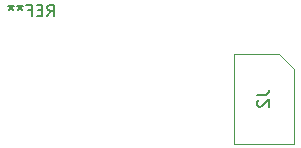
<source format=gbr>
G04 #@! TF.GenerationSoftware,KiCad,Pcbnew,(6.0.10-0)*
G04 #@! TF.CreationDate,2022-12-22T21:19:15-05:00*
G04 #@! TF.ProjectId,rev2,72657632-2e6b-4696-9361-645f70636258,rev?*
G04 #@! TF.SameCoordinates,Original*
G04 #@! TF.FileFunction,AssemblyDrawing,Bot*
%FSLAX46Y46*%
G04 Gerber Fmt 4.6, Leading zero omitted, Abs format (unit mm)*
G04 Created by KiCad (PCBNEW (6.0.10-0)) date 2022-12-22 21:19:15*
%MOMM*%
%LPD*%
G01*
G04 APERTURE LIST*
%ADD10C,0.150000*%
%ADD11C,0.100000*%
G04 APERTURE END LIST*
D10*
X211382380Y-64806666D02*
X212096666Y-64806666D01*
X212239523Y-64759047D01*
X212334761Y-64663809D01*
X212382380Y-64520952D01*
X212382380Y-64425714D01*
X211477619Y-65235238D02*
X211430000Y-65282857D01*
X211382380Y-65378095D01*
X211382380Y-65616190D01*
X211430000Y-65711428D01*
X211477619Y-65759047D01*
X211572857Y-65806666D01*
X211668095Y-65806666D01*
X211810952Y-65759047D01*
X212382380Y-65187619D01*
X212382380Y-65806666D01*
X193633333Y-58152380D02*
X193966666Y-57676190D01*
X194204761Y-58152380D02*
X194204761Y-57152380D01*
X193823809Y-57152380D01*
X193728571Y-57200000D01*
X193680952Y-57247619D01*
X193633333Y-57342857D01*
X193633333Y-57485714D01*
X193680952Y-57580952D01*
X193728571Y-57628571D01*
X193823809Y-57676190D01*
X194204761Y-57676190D01*
X193204761Y-57628571D02*
X192871428Y-57628571D01*
X192728571Y-58152380D02*
X193204761Y-58152380D01*
X193204761Y-57152380D01*
X192728571Y-57152380D01*
X191966666Y-57628571D02*
X192300000Y-57628571D01*
X192300000Y-58152380D02*
X192300000Y-57152380D01*
X191823809Y-57152380D01*
X191300000Y-57152380D02*
X191300000Y-57390476D01*
X191538095Y-57295238D02*
X191300000Y-57390476D01*
X191061904Y-57295238D01*
X191442857Y-57580952D02*
X191300000Y-57390476D01*
X191157142Y-57580952D01*
X190538095Y-57152380D02*
X190538095Y-57390476D01*
X190776190Y-57295238D02*
X190538095Y-57390476D01*
X190300000Y-57295238D01*
X190680952Y-57580952D02*
X190538095Y-57390476D01*
X190395238Y-57580952D01*
D11*
X214470000Y-62600000D02*
X213200000Y-61330000D01*
X214470000Y-68950000D02*
X214470000Y-62600000D01*
X209390000Y-68950000D02*
X214470000Y-68950000D01*
X209390000Y-61330000D02*
X209390000Y-68950000D01*
X213200000Y-61330000D02*
X209390000Y-61330000D01*
M02*

</source>
